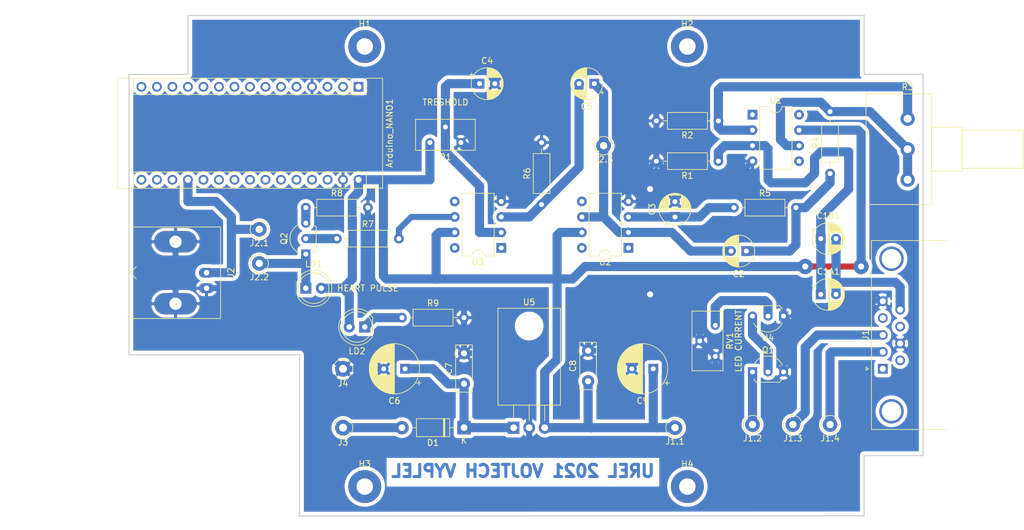
<source format=kicad_pcb>
(kicad_pcb (version 20171130) (host pcbnew "(5.1.9)-1")
  (layers (0 F.Cu signal) (31 B.Cu signal) (34 B.Paste user) (35 F.Paste user) (36 B.SilkS user) (37 F.SilkS user) (38 B.Mask user) (39 F.Mask user) (44 Edge.Cuts user))
  (net 0 "")
  (net 1 "Net-(Arduino_NANO1-Pad1)")
  (net 2 "Net-(Arduino_NANO1-Pad17)")
  (net 3 "Net-(Arduino_NANO1-Pad2)")
  (net 4 "Net-(Arduino_NANO1-Pad18)")
  (net 5 "Net-(Arduino_NANO1-Pad3)")
  (net 6 "Net-(Arduino_NANO1-Pad19)")
  (net 7 GNDD)
  (net 8 "Net-(Arduino_NANO1-Pad20)")
  (net 9 "Net-(Arduino_NANO1-Pad5)")
  (net 10 "Net-(Arduino_NANO1-Pad21)")
  (net 11 "Net-(Arduino_NANO1-Pad6)")
  (net 12 "Net-(Arduino_NANO1-Pad22)")
  (net 13 "Net-(Arduino_NANO1-Pad7)")
  (net 14 "Net-(Arduino_NANO1-Pad23)")
  (net 15 "Net-(Arduino_NANO1-Pad8)")
  (net 16 "Net-(Arduino_NANO1-Pad24)")
  (net 17 "Net-(Arduino_NANO1-Pad9)")
  (net 18 "Net-(Arduino_NANO1-Pad25)")
  (net 19 "Net-(Arduino_NANO1-Pad10)")
  (net 20 "Net-(Arduino_NANO1-Pad26)")
  (net 21 "Net-(Arduino_NANO1-Pad11)")
  (net 22 "Net-(Arduino_NANO1-Pad27)")
  (net 23 "Net-(Arduino_NANO1-Pad12)")
  (net 24 "Net-(Arduino_NANO1-Pad28)")
  (net 25 "Net-(Arduino_NANO1-Pad13)")
  (net 26 "Net-(Arduino_NANO1-Pad14)")
  (net 27 +5V)
  (net 28 "Net-(Arduino_NANO1-Pad15)")
  (net 29 "Net-(Arduino_NANO1-Pad16)")
  (net 30 "Net-(C2-Pad2)")
  (net 31 "Net-(C2-Pad1)")
  (net 32 "Net-(C3-Pad1)")
  (net 33 "Net-(C4-Pad1)")
  (net 34 "Net-(C5-Pad2)")
  (net 35 "Net-(C6-Pad1)")
  (net 36 "Net-(C1A1-Pad1)")
  (net 37 "Net-(C1A1-Pad2)")
  (net 38 "Net-(D1-Pad2)")
  (net 39 "Net-(J1-Pad1)")
  (net 40 "Net-(J1-Pad2)")
  (net 41 "Net-(J1-Pad3)")
  (net 42 "Net-(J1-Pad4)")
  (net 43 "Net-(J1-Pad6)")
  (net 44 "Net-(J1-Pad8)")
  (net 45 "Net-(J1-Pad0)")
  (net 46 "Net-(Q1-Pad2)")
  (net 47 "Net-(Q2-Pad2)")
  (net 48 "Net-(R2-Pad1)")
  (net 49 "Net-(R3-Pad1)")
  (net 50 "Net-(R7-Pad2)")
  (net 51 "Net-(RV1-Pad3)")
  (net 52 "Net-(U1-Pad8)")
  (net 53 "Net-(U1-Pad5)")
  (net 54 "Net-(U1-Pad1)")
  (net 55 "Net-(U2-Pad1)")
  (net 56 "Net-(U2-Pad5)")
  (net 57 "Net-(U2-Pad8)")
  (net 58 "Net-(U3-Pad1)")
  (net 59 "Net-(U3-Pad5)")
  (net 60 "Net-(U3-Pad8)")
  (net 61 "Net-(Q2-Pad3)")
  (net 62 "Net-(J1.2-Pad1)")
  (net 63 "Net-(J2.2-Pad1)")
  (net 64 "Net-(LD2-Pad1)")
  (module Capacitor_THT:CP_Radial_D8.0mm_P3.50mm (layer F.Cu) (at 171.196 110.744 180)
    (fp_text reference C9 (at 1.75 -5.25) (layer F.SilkS))
    (fp_text value 100u)
    (pad 1 thru_hole rect (at 0 0 180) (size 1.6 1.6) (drill 0.8) (layers *.Cu *.Mask) (net 27 +5V))
    (pad 2 thru_hole circle (at 3.5 0 180) (size 1.6 1.6) (drill 0.8) (layers *.Cu *.Mask) (net 7 GNDD))
  )
  (module Resistor_THT:R_Axial_DIN0207_L6.3mm_D2.5mm_P10.16mm_Horizontal (layer F.Cu) (at 200.152 78.74 90)
    (fp_text reference R4 (at 5.08 -2.37 90) (layer F.SilkS))
    (fp_text value 1k)
    (pad 1 thru_hole circle (at 0 0 90) (size 1.6 1.6) (drill 0.8) (layers *.Cu *.Mask) (net 31 "Net-(C2-Pad1)"))
    (pad 2 thru_hole oval (at 10.16 0 90) (size 1.6 1.6) (drill 0.8) (layers *.Cu *.Mask) (net 49 "Net-(R3-Pad1)"))
  )
  (module Resistor_THT:R_Axial_DIN0207_L6.3mm_D2.5mm_P10.16mm_Horizontal (layer F.Cu) (at 184.404 84.328)
    (fp_text reference R5 (at 5.08 -2.37) (layer F.SilkS))
    (fp_text value 1k)
    (pad 2 thru_hole oval (at 10.16 0) (size 1.6 1.6) (drill 0.8) (layers *.Cu *.Mask) (net 31 "Net-(C2-Pad1)"))
    (pad 1 thru_hole circle (at 0 0) (size 1.6 1.6) (drill 0.8) (layers *.Cu *.Mask) (net 32 "Net-(C3-Pad1)"))
  )
  (module Package_DIP:DIP-8_W7.62mm (layer F.Cu) (at 187.452 69.088)
    (fp_text reference U1 (at 3.81 -2.33) (layer F.SilkS))
    (fp_text value CA3140)
    (pad 8 thru_hole oval (at 7.62 0) (size 1.6 1.6) (drill 0.8) (layers *.Cu *.Mask) (net 52 "Net-(U1-Pad8)"))
    (pad 4 thru_hole oval (at 0 7.62) (size 1.6 1.6) (drill 0.8) (layers *.Cu *.Mask) (net 7 GNDD))
    (pad 7 thru_hole oval (at 7.62 2.54) (size 1.6 1.6) (drill 0.8) (layers *.Cu *.Mask) (net 27 +5V))
    (pad 3 thru_hole oval (at 0 5.08) (size 1.6 1.6) (drill 0.8) (layers *.Cu *.Mask) (net 36 "Net-(C1A1-Pad1)"))
    (pad 6 thru_hole oval (at 7.62 5.08) (size 1.6 1.6) (drill 0.8) (layers *.Cu *.Mask) (net 49 "Net-(R3-Pad1)"))
    (pad 2 thru_hole oval (at 0 2.54) (size 1.6 1.6) (drill 0.8) (layers *.Cu *.Mask) (net 48 "Net-(R2-Pad1)"))
    (pad 5 thru_hole oval (at 7.62 7.62) (size 1.6 1.6) (drill 0.8) (layers *.Cu *.Mask) (net 53 "Net-(U1-Pad5)"))
    (pad 1 thru_hole rect (at 0 0) (size 1.6 1.6) (drill 0.8) (layers *.Cu *.Mask) (net 54 "Net-(U1-Pad1)"))
  )
  (module Package_DIP:DIP-8_W7.62mm (layer F.Cu) (at 146.304 90.932 180)
    (fp_text reference U3 (at 3.81 -2.33) (layer F.SilkS))
    (fp_text value MCP601)
    (pad 1 thru_hole rect (at 0 0 180) (size 1.6 1.6) (drill 0.8) (layers *.Cu *.Mask) (net 58 "Net-(U3-Pad1)"))
    (pad 5 thru_hole oval (at 7.62 7.62 180) (size 1.6 1.6) (drill 0.8) (layers *.Cu *.Mask) (net 59 "Net-(U3-Pad5)"))
    (pad 2 thru_hole oval (at 0 2.54 180) (size 1.6 1.6) (drill 0.8) (layers *.Cu *.Mask) (net 33 "Net-(C4-Pad1)"))
    (pad 6 thru_hole oval (at 7.62 5.08 180) (size 1.6 1.6) (drill 0.8) (layers *.Cu *.Mask) (net 50 "Net-(R7-Pad2)"))
    (pad 3 thru_hole oval (at 0 5.08 180) (size 1.6 1.6) (drill 0.8) (layers *.Cu *.Mask) (net 34 "Net-(C5-Pad2)"))
    (pad 7 thru_hole oval (at 7.62 2.54 180) (size 1.6 1.6) (drill 0.8) (layers *.Cu *.Mask) (net 27 +5V))
    (pad 4 thru_hole oval (at 0 7.62 180) (size 1.6 1.6) (drill 0.8) (layers *.Cu *.Mask) (net 7 GNDD))
    (pad 8 thru_hole oval (at 7.62 0 180) (size 1.6 1.6) (drill 0.8) (layers *.Cu *.Mask) (net 60 "Net-(U3-Pad8)"))
  )
  (module Resistor_THT:R_Axial_DIN0207_L6.3mm_D2.5mm_P10.16mm_Horizontal (layer F.Cu) (at 152.908 83.82 90)
    (fp_text reference R6 (at 5.08 -2.37 90) (layer F.SilkS))
    (fp_text value 100k)
    (pad 1 thru_hole circle (at 0 0 90) (size 1.6 1.6) (drill 0.8) (layers *.Cu *.Mask) (net 34 "Net-(C5-Pad2)"))
    (pad 2 thru_hole oval (at 10.16 0 90) (size 1.6 1.6) (drill 0.8) (layers *.Cu *.Mask) (net 7 GNDD))
  )
  (module Package_DIP:DIP-8_W7.62mm (layer F.Cu) (at 167.132 90.932 180)
    (fp_text reference U2 (at 3.81 -2.33) (layer F.SilkS))
    (fp_text value MCP601)
    (pad 1 thru_hole rect (at 0 0 180) (size 1.6 1.6) (drill 0.8) (layers *.Cu *.Mask) (net 55 "Net-(U2-Pad1)"))
    (pad 5 thru_hole oval (at 7.62 7.62 180) (size 1.6 1.6) (drill 0.8) (layers *.Cu *.Mask) (net 56 "Net-(U2-Pad5)"))
    (pad 2 thru_hole oval (at 0 2.54 180) (size 1.6 1.6) (drill 0.8) (layers *.Cu *.Mask) (net 30 "Net-(C2-Pad2)"))
    (pad 6 thru_hole oval (at 7.62 5.08 180) (size 1.6 1.6) (drill 0.8) (layers *.Cu *.Mask) (net 30 "Net-(C2-Pad2)"))
    (pad 3 thru_hole oval (at 0 5.08 180) (size 1.6 1.6) (drill 0.8) (layers *.Cu *.Mask) (net 32 "Net-(C3-Pad1)"))
    (pad 7 thru_hole oval (at 7.62 2.54 180) (size 1.6 1.6) (drill 0.8) (layers *.Cu *.Mask) (net 27 +5V))
    (pad 4 thru_hole oval (at 0 7.62 180) (size 1.6 1.6) (drill 0.8) (layers *.Cu *.Mask) (net 7 GNDD))
    (pad 8 thru_hole oval (at 7.62 0 180) (size 1.6 1.6) (drill 0.8) (layers *.Cu *.Mask) (net 57 "Net-(U2-Pad8)"))
  )
  (module MountingHole:MountingHole_2.7mm_Pad (layer F.Cu) (at 123.952 57.912)
    (fp_text reference H1 (at 0 -3.7) (layer F.SilkS))
    (fp_text value MountingHole)
    (pad 1 thru_hole circle (at 0 0) (size 5.4 5.4) (drill 2.7) (layers *.Cu *.Mask))
  )
  (module MountingHole:MountingHole_2.7mm_Pad (layer F.Cu) (at 176.784 57.912)
    (fp_text reference H2 (at 0 -3.7) (layer F.SilkS))
    (fp_text value MountingHole)
    (pad 1 thru_hole circle (at 0 0) (size 5.4 5.4) (drill 2.7) (layers *.Cu *.Mask))
  )
  (module MountingHole:MountingHole_2.7mm_Pad (layer F.Cu) (at 123.952 130.048)
    (fp_text reference H3 (at 0 -3.7) (layer F.SilkS))
    (fp_text value MountingHole)
    (pad 1 thru_hole circle (at 0 0) (size 5.4 5.4) (drill 2.7) (layers *.Cu *.Mask))
  )
  (module MountingHole:MountingHole_2.7mm_Pad (layer F.Cu) (at 176.784 130.048)
    (fp_text reference H4 (at 0 -3.7) (layer F.SilkS))
    (fp_text value MountingHole)
    (pad 1 thru_hole circle (at 0 0) (size 5.4 5.4) (drill 2.7) (layers *.Cu *.Mask))
  )
  (module Module:Arduino_Nano (layer F.Cu) (at 122.936 64.516 270)
    (fp_text reference Arduino_NANO1 (at 7.62 -5.08 90) (layer F.SilkS))
    (fp_text value Arduino_Nano_Every)
    (pad 1 thru_hole rect (at 0 0 270) (size 1.6 1.6) (drill 1) (layers *.Cu *.Mask) (net 1 "Net-(Arduino_NANO1-Pad1)"))
    (pad 17 thru_hole oval (at 15.24 33.02 270) (size 1.6 1.6) (drill 1) (layers *.Cu *.Mask) (net 2 "Net-(Arduino_NANO1-Pad17)"))
    (pad 2 thru_hole oval (at 0 2.54 270) (size 1.6 1.6) (drill 1) (layers *.Cu *.Mask) (net 3 "Net-(Arduino_NANO1-Pad2)"))
    (pad 18 thru_hole oval (at 15.24 30.48 270) (size 1.6 1.6) (drill 1) (layers *.Cu *.Mask) (net 4 "Net-(Arduino_NANO1-Pad18)"))
    (pad 3 thru_hole oval (at 0 5.08 270) (size 1.6 1.6) (drill 1) (layers *.Cu *.Mask) (net 5 "Net-(Arduino_NANO1-Pad3)"))
    (pad 19 thru_hole oval (at 15.24 27.94 270) (size 1.6 1.6) (drill 1) (layers *.Cu *.Mask) (net 6 "Net-(Arduino_NANO1-Pad19)"))
    (pad 4 thru_hole oval (at 0 7.62 270) (size 1.6 1.6) (drill 1) (layers *.Cu *.Mask) (net 7 GNDD))
    (pad 20 thru_hole oval (at 15.24 25.4 270) (size 1.6 1.6) (drill 1) (layers *.Cu *.Mask) (net 8 "Net-(Arduino_NANO1-Pad20)"))
    (pad 5 thru_hole oval (at 0 10.16 270) (size 1.6 1.6) (drill 1) (layers *.Cu *.Mask) (net 9 "Net-(Arduino_NANO1-Pad5)"))
    (pad 21 thru_hole oval (at 15.24 22.86 270) (size 1.6 1.6) (drill 1) (layers *.Cu *.Mask) (net 10 "Net-(Arduino_NANO1-Pad21)"))
    (pad 6 thru_hole oval (at 0 12.7 270) (size 1.6 1.6) (drill 1) (layers *.Cu *.Mask) (net 11 "Net-(Arduino_NANO1-Pad6)"))
    (pad 22 thru_hole oval (at 15.24 20.32 270) (size 1.6 1.6) (drill 1) (layers *.Cu *.Mask) (net 12 "Net-(Arduino_NANO1-Pad22)"))
    (pad 7 thru_hole oval (at 0 15.24 270) (size 1.6 1.6) (drill 1) (layers *.Cu *.Mask) (net 13 "Net-(Arduino_NANO1-Pad7)"))
    (pad 23 thru_hole oval (at 15.24 17.78 270) (size 1.6 1.6) (drill 1) (layers *.Cu *.Mask) (net 14 "Net-(Arduino_NANO1-Pad23)"))
    (pad 8 thru_hole oval (at 0 17.78 270) (size 1.6 1.6) (drill 1) (layers *.Cu *.Mask) (net 15 "Net-(Arduino_NANO1-Pad8)"))
    (pad 24 thru_hole oval (at 15.24 15.24 270) (size 1.6 1.6) (drill 1) (layers *.Cu *.Mask) (net 16 "Net-(Arduino_NANO1-Pad24)"))
    (pad 9 thru_hole oval (at 0 20.32 270) (size 1.6 1.6) (drill 1) (layers *.Cu *.Mask) (net 17 "Net-(Arduino_NANO1-Pad9)"))
    (pad 25 thru_hole oval (at 15.24 12.7 270) (size 1.6 1.6) (drill 1) (layers *.Cu *.Mask) (net 18 "Net-(Arduino_NANO1-Pad25)"))
    (pad 10 thru_hole oval (at 0 22.86 270) (size 1.6 1.6) (drill 1) (layers *.Cu *.Mask) (net 19 "Net-(Arduino_NANO1-Pad10)"))
    (pad 26 thru_hole oval (at 15.24 10.16 270) (size 1.6 1.6) (drill 1) (layers *.Cu *.Mask) (net 20 "Net-(Arduino_NANO1-Pad26)"))
    (pad 11 thru_hole oval (at 0 25.4 270) (size 1.6 1.6) (drill 1) (layers *.Cu *.Mask) (net 21 "Net-(Arduino_NANO1-Pad11)"))
    (pad 27 thru_hole oval (at 15.24 7.62 270) (size 1.6 1.6) (drill 1) (layers *.Cu *.Mask) (net 22 "Net-(Arduino_NANO1-Pad27)"))
    (pad 12 thru_hole oval (at 0 27.94 270) (size 1.6 1.6) (drill 1) (layers *.Cu *.Mask) (net 23 "Net-(Arduino_NANO1-Pad12)"))
    (pad 28 thru_hole oval (at 15.24 5.08 270) (size 1.6 1.6) (drill 1) (layers *.Cu *.Mask) (net 24 "Net-(Arduino_NANO1-Pad28)"))
    (pad 13 thru_hole oval (at 0 30.48 270) (size 1.6 1.6) (drill 1) (layers *.Cu *.Mask) (net 25 "Net-(Arduino_NANO1-Pad13)"))
    (pad 29 thru_hole oval (at 15.24 2.54 270) (size 1.6 1.6) (drill 1) (layers *.Cu *.Mask) (net 7 GNDD))
    (pad 14 thru_hole oval (at 0 33.02 270) (size 1.6 1.6) (drill 1) (layers *.Cu *.Mask) (net 26 "Net-(Arduino_NANO1-Pad14)"))
    (pad 30 thru_hole oval (at 15.24 0 270) (size 1.6 1.6) (drill 1) (layers *.Cu *.Mask) (net 27 +5V))
    (pad 15 thru_hole oval (at 0 35.56 270) (size 1.6 1.6) (drill 1) (layers *.Cu *.Mask) (net 28 "Net-(Arduino_NANO1-Pad15)"))
    (pad 16 thru_hole oval (at 15.24 35.56 270) (size 1.6 1.6) (drill 1) (layers *.Cu *.Mask) (net 29 "Net-(Arduino_NANO1-Pad16)"))
  )
  (module Capacitor_THT:CP_Radial_D5.0mm_P2.50mm (layer F.Cu) (at 186.436 91.44 180)
    (fp_text reference C2 (at 1.25 -3.75) (layer F.SilkS))
    (fp_text value 22u)
    (pad 2 thru_hole circle (at 2.5 0 180) (size 1.6 1.6) (drill 0.8) (layers *.Cu *.Mask) (net 30 "Net-(C2-Pad2)"))
    (pad 1 thru_hole rect (at 0 0 180) (size 1.6 1.6) (drill 0.8) (layers *.Cu *.Mask) (net 31 "Net-(C2-Pad1)"))
  )
  (module Capacitor_THT:CP_Radial_D5.0mm_P2.50mm (layer F.Cu) (at 174.752 85.852 90)
    (fp_text reference C3 (at 1.25 -3.75 90) (layer F.SilkS))
    (fp_text value 22u)
    (pad 1 thru_hole rect (at 0 0 90) (size 1.6 1.6) (drill 0.8) (layers *.Cu *.Mask) (net 32 "Net-(C3-Pad1)"))
    (pad 2 thru_hole circle (at 2.5 0 90) (size 1.6 1.6) (drill 0.8) (layers *.Cu *.Mask) (net 7 GNDD))
  )
  (module Capacitor_THT:CP_Radial_D5.0mm_P2.50mm (layer F.Cu) (at 142.748 64.008)
    (fp_text reference C4 (at 1.25 -3.75) (layer F.SilkS))
    (fp_text value 4.7u)
    (pad 2 thru_hole circle (at 2.5 0) (size 1.6 1.6) (drill 0.8) (layers *.Cu *.Mask) (net 7 GNDD))
    (pad 1 thru_hole rect (at 0 0) (size 1.6 1.6) (drill 0.8) (layers *.Cu *.Mask) (net 33 "Net-(C4-Pad1)"))
  )
  (module Capacitor_THT:CP_Radial_D5.0mm_P2.50mm (layer F.Cu) (at 161.544 64.008 180)
    (fp_text reference C5 (at 1.25 -3.75) (layer F.SilkS))
    (fp_text value 1u)
    (pad 1 thru_hole rect (at 0 0 180) (size 1.6 1.6) (drill 0.8) (layers *.Cu *.Mask) (net 30 "Net-(C2-Pad2)"))
    (pad 2 thru_hole circle (at 2.5 0 180) (size 1.6 1.6) (drill 0.8) (layers *.Cu *.Mask) (net 34 "Net-(C5-Pad2)"))
  )
  (module Capacitor_THT:CP_Radial_D8.0mm_P3.50mm (layer F.Cu) (at 130.556 110.744 180)
    (fp_text reference C6 (at 1.75 -5.25) (layer F.SilkS))
    (fp_text value 100u)
    (pad 2 thru_hole circle (at 3.5 0 180) (size 1.6 1.6) (drill 0.8) (layers *.Cu *.Mask) (net 7 GNDD))
    (pad 1 thru_hole rect (at 0 0 180) (size 1.6 1.6) (drill 0.8) (layers *.Cu *.Mask) (net 35 "Net-(C6-Pad1)"))
  )
  (module Capacitor_THT:C_Disc_D7.5mm_W2.5mm_P5.00mm (layer F.Cu) (at 140.208 113.204 90)
    (fp_text reference C7 (at 2.5 -2.5 90) (layer F.SilkS))
    (fp_text value 100n)
    (pad 1 thru_hole circle (at 0 0 90) (size 2 2) (drill 1) (layers *.Cu *.Mask) (net 35 "Net-(C6-Pad1)"))
    (pad 2 thru_hole circle (at 5 0 90) (size 2 2) (drill 1) (layers *.Cu *.Mask) (net 7 GNDD))
  )
  (module Capacitor_THT:C_Disc_D7.5mm_W2.5mm_P5.00mm (layer F.Cu) (at 160.528 112.776 90)
    (fp_text reference C8 (at 2.5 -2.5 90) (layer F.SilkS))
    (fp_text value 100n)
    (pad 2 thru_hole circle (at 5 0 90) (size 2 2) (drill 1) (layers *.Cu *.Mask) (net 7 GNDD))
    (pad 1 thru_hole circle (at 0 0 90) (size 2 2) (drill 1) (layers *.Cu *.Mask) (net 27 +5V))
  )
  (module Capacitor_THT:CP_Radial_D5.0mm_P2.50mm (layer F.Cu) (at 198.628 98.552)
    (fp_text reference C1A1 (at 1.25 -3.75) (layer F.SilkS))
    (fp_text value 4.7u)
    (pad 1 thru_hole rect (at 0 0) (size 1.6 1.6) (drill 0.8) (layers *.Cu *.Mask) (net 36 "Net-(C1A1-Pad1)"))
    (pad 2 thru_hole circle (at 2.5 0) (size 1.6 1.6) (drill 0.8) (layers *.Cu *.Mask) (net 37 "Net-(C1A1-Pad2)"))
  )
  (module Capacitor_THT:CP_Radial_D5.0mm_P2.50mm (layer F.Cu) (at 198.628 89.408)
    (fp_text reference C1B1 (at 1.25 -3.75) (layer F.SilkS))
    (fp_text value 4.7u)
    (pad 2 thru_hole circle (at 2.5 0) (size 1.6 1.6) (drill 0.8) (layers *.Cu *.Mask) (net 37 "Net-(C1A1-Pad2)"))
    (pad 1 thru_hole rect (at 0 0) (size 1.6 1.6) (drill 0.8) (layers *.Cu *.Mask) (net 36 "Net-(C1A1-Pad1)"))
  )
  (module Diode_THT:D_DO-41_SOD81_P10.16mm_Horizontal (layer F.Cu) (at 140.208 120.396 180)
    (fp_text reference D1 (at 5.08 -2.47) (layer F.SilkS))
    (fp_text value 1N4007)
    (fp_text user K (at 0 -2.1) (layer F.SilkS))
    (pad 1 thru_hole rect (at 0 0 180) (size 2.2 2.2) (drill 1.1) (layers *.Cu *.Mask) (net 35 "Net-(C6-Pad1)"))
    (pad 2 thru_hole oval (at 10.16 0 180) (size 2.2 2.2) (drill 1.1) (layers *.Cu *.Mask) (net 38 "Net-(D1-Pad2)"))
  )
  (module Connector_Dsub:DSUB-9_Male_Horizontal_P2.77x2.84mm_EdgePinOffset7.70mm_Housed_MountingHolesOffset9.12mm (layer F.Cu) (at 208.788 110.744 90)
    (fp_text reference J1 (at 5.54 -2.8 90) (layer F.SilkS))
    (fp_text value DB9)
    (pad 1 thru_hole rect (at 0 0 90) (size 1.6 1.6) (drill 1) (layers *.Cu *.Mask) (net 39 "Net-(J1-Pad1)"))
    (pad 2 thru_hole circle (at 2.77 0 90) (size 1.6 1.6) (drill 1) (layers *.Cu *.Mask) (net 40 "Net-(J1-Pad2)"))
    (pad 3 thru_hole circle (at 5.54 0 90) (size 1.6 1.6) (drill 1) (layers *.Cu *.Mask) (net 41 "Net-(J1-Pad3)"))
    (pad 4 thru_hole circle (at 8.31 0 90) (size 1.6 1.6) (drill 1) (layers *.Cu *.Mask) (net 42 "Net-(J1-Pad4)"))
    (pad 5 thru_hole circle (at 11.08 0 90) (size 1.6 1.6) (drill 1) (layers *.Cu *.Mask) (net 7 GNDD))
    (pad 6 thru_hole circle (at 1.385 2.84 90) (size 1.6 1.6) (drill 1) (layers *.Cu *.Mask) (net 43 "Net-(J1-Pad6)"))
    (pad 7 thru_hole circle (at 4.155 2.84 90) (size 1.6 1.6) (drill 1) (layers *.Cu *.Mask) (net 7 GNDD))
    (pad 8 thru_hole circle (at 6.925 2.84 90) (size 1.6 1.6) (drill 1) (layers *.Cu *.Mask) (net 44 "Net-(J1-Pad8)"))
    (pad 9 thru_hole circle (at 9.695 2.84 90) (size 1.6 1.6) (drill 1) (layers *.Cu *.Mask) (net 37 "Net-(C1A1-Pad2)"))
    (pad 0 thru_hole circle (at -6.96 1.42 90) (size 4 4) (drill 3.2) (layers *.Cu *.Mask) (net 45 "Net-(J1-Pad0)"))
    (pad 0 thru_hole circle (at 18.04 1.42 90) (size 4 4) (drill 3.2) (layers *.Cu *.Mask) (net 45 "Net-(J1-Pad0)"))
  )
  (module Connector_Coaxial:BNC_Amphenol_B6252HB-NPP3G-50_Horizontal (layer F.Cu) (at 98.044 94.996 90)
    (fp_text reference J2 (at 0 4 90) (layer F.SilkS))
    (fp_text value BNC)
    (pad 2 thru_hole oval (at -5.08 -5.08 90) (size 3.5 7) (drill 2.01) (layers *.Cu *.Mask) (net 7 GNDD))
    (pad 2 thru_hole oval (at 5.08 -5.08 90) (size 3.5 7) (drill 2.01) (layers *.Cu *.Mask) (net 7 GNDD))
    (pad 1 thru_hole oval (at 0 0 90) (size 1.6 2.5) (drill 0.89) (layers *.Cu *.Mask) (net 6 "Net-(Arduino_NANO1-Pad19)"))
    (pad 2 thru_hole oval (at -2.54 0 90) (size 1.6 2.5) (drill 0.89) (layers *.Cu *.Mask) (net 7 GNDD))
  )
  (module Connector_Pin:Pin_D1.3mm_L11.0mm (layer F.Cu) (at 120.396 120.396)
    (fp_text reference J3 (at 0 2.4) (layer F.SilkS))
    (fp_text value +)
    (pad 1 thru_hole circle (at 0 0) (size 2.6 2.6) (drill 1.3) (layers *.Cu *.Mask) (net 38 "Net-(D1-Pad2)"))
  )
  (module Connector_Pin:Pin_D1.3mm_L11.0mm (layer F.Cu) (at 120.396 110.744)
    (fp_text reference J4 (at 0 2.4) (layer F.SilkS))
    (fp_text value -)
    (pad 1 thru_hole circle (at 0 0) (size 2.6 2.6) (drill 1.3) (layers *.Cu *.Mask) (net 7 GNDD))
  )
  (module LED_THT:LED_D5.0mm_Clear (layer F.Cu) (at 114.3 97.536)
    (fp_text reference LD1 (at 1.27 -3.96) (layer F.SilkS))
    (fp_text value "GREEN LED")
    (pad 1 thru_hole rect (at 0 0) (size 1.8 1.8) (drill 0.9) (layers *.Cu *.Mask) (net 63 "Net-(J2.2-Pad1)"))
    (pad 2 thru_hole circle (at 2.54 0) (size 1.8 1.8) (drill 0.9) (layers *.Cu *.Mask) (net 27 +5V))
  )
  (module Resistor_THT:R_Axial_DIN0207_L6.3mm_D2.5mm_P10.16mm_Horizontal (layer F.Cu) (at 181.864 76.708 180)
    (fp_text reference R1 (at 5.08 -2.37) (layer F.SilkS))
    (fp_text value 100k)
    (pad 1 thru_hole circle (at 0 0 180) (size 1.6 1.6) (drill 0.8) (layers *.Cu *.Mask) (net 36 "Net-(C1A1-Pad1)"))
    (pad 2 thru_hole oval (at 10.16 0 180) (size 1.6 1.6) (drill 0.8) (layers *.Cu *.Mask) (net 7 GNDD))
  )
  (module Resistor_THT:R_Axial_DIN0207_L6.3mm_D2.5mm_P10.16mm_Horizontal (layer F.Cu) (at 181.864 70.104 180)
    (fp_text reference R2 (at 5.08 -2.37) (layer F.SilkS))
    (fp_text value 1k)
    (pad 2 thru_hole oval (at 10.16 0 180) (size 1.6 1.6) (drill 0.8) (layers *.Cu *.Mask) (net 7 GNDD))
    (pad 1 thru_hole circle (at 0 0 180) (size 1.6 1.6) (drill 0.8) (layers *.Cu *.Mask) (net 48 "Net-(R2-Pad1)"))
  )
  (module Potentiometer_THT:Potentiometer_Alps_RK163_Single_Horizontal (layer F.Cu) (at 212.852 79.756)
    (fp_text reference R3 (at 0 -15.2) (layer F.SilkS))
    (fp_text value 1M)
    (pad 3 thru_hole circle (at 0 -10) (size 2.34 2.34) (drill 1.3) (layers *.Cu *.Mask) (net 48 "Net-(R2-Pad1)"))
    (pad 2 thru_hole circle (at 0 -5) (size 2.34 2.34) (drill 1.3) (layers *.Cu *.Mask) (net 49 "Net-(R3-Pad1)"))
    (pad 1 thru_hole circle (at 0 0) (size 2.34 2.34) (drill 1.3) (layers *.Cu *.Mask) (net 49 "Net-(R3-Pad1)"))
  )
  (module Resistor_THT:R_Axial_DIN0207_L6.3mm_D2.5mm_P10.16mm_Horizontal (layer F.Cu) (at 119.38 89.408)
    (fp_text reference R7 (at 5.08 -2.37) (layer F.SilkS))
    (fp_text value 120R)
    (pad 2 thru_hole oval (at 10.16 0) (size 1.6 1.6) (drill 0.8) (layers *.Cu *.Mask) (net 50 "Net-(R7-Pad2)"))
    (pad 1 thru_hole circle (at 0 0) (size 1.6 1.6) (drill 0.8) (layers *.Cu *.Mask) (net 47 "Net-(Q2-Pad2)"))
  )
  (module Resistor_THT:R_Axial_DIN0207_L6.3mm_D2.5mm_P10.16mm_Horizontal (layer F.Cu) (at 114.3 84.328)
    (fp_text reference R8 (at 5.08 -2.37) (layer F.SilkS))
    (fp_text value 220)
    (pad 1 thru_hole circle (at 0 0) (size 1.6 1.6) (drill 0.8) (layers *.Cu *.Mask) (net 61 "Net-(Q2-Pad3)"))
    (pad 2 thru_hole oval (at 10.16 0) (size 1.6 1.6) (drill 0.8) (layers *.Cu *.Mask) (net 7 GNDD))
  )
  (module Potentiometer_THT:Potentiometer_Bourns_3296Y_Vertical (layer F.Cu) (at 134.62 73.66 180)
    (fp_text reference P1 (at -2.54 -2.39) (layer F.SilkS))
    (fp_text value 50k)
    (pad 1 thru_hole circle (at 0 0 180) (size 1.44 1.44) (drill 0.8) (layers *.Cu *.Mask) (net 27 +5V))
    (pad 2 thru_hole circle (at -2.54 2.54 180) (size 1.44 1.44) (drill 0.8) (layers *.Cu *.Mask) (net 33 "Net-(C4-Pad1)"))
    (pad 3 thru_hole circle (at -5.08 0 180) (size 1.44 1.44) (drill 0.8) (layers *.Cu *.Mask) (net 7 GNDD))
  )
  (module Potentiometer_THT:Potentiometer_Bourns_3296Y_Vertical (layer F.Cu) (at 181.356 108.712 270)
    (fp_text reference RV1 (at -2.54 -2.39 90) (layer F.SilkS))
    (fp_text value 4.7k)
    (pad 3 thru_hole circle (at -5.08 0 270) (size 1.44 1.44) (drill 0.8) (layers *.Cu *.Mask) (net 51 "Net-(RV1-Pad3)"))
    (pad 2 thru_hole circle (at -2.54 2.54 270) (size 1.44 1.44) (drill 0.8) (layers *.Cu *.Mask) (net 7 GNDD))
    (pad 1 thru_hole circle (at 0 0 270) (size 1.44 1.44) (drill 0.8) (layers *.Cu *.Mask) (net 7 GNDD))
  )
  (module Connector_Pin:Pin_D1.0mm_L10.0mm_LooseFit (layer F.Cu) (at 200.152 119.888)
    (fp_text reference J1.4 (at 0 2.25) (layer F.SilkS))
    (fp_text value Conn_01x01_Female)
    (pad 1 thru_hole circle (at 0 0) (size 2.4 2.4) (drill 1.2) (layers *.Cu *.Mask) (net 40 "Net-(J1-Pad2)"))
  )
  (module Connector_Pin:Pin_D1.0mm_L10.0mm_LooseFit (layer F.Cu) (at 187.452 119.888)
    (fp_text reference J1.2 (at 0 2.25) (layer F.SilkS))
    (fp_text value Conn_01x01_Female)
    (pad 1 thru_hole circle (at 0 0) (size 2.4 2.4) (drill 1.2) (layers *.Cu *.Mask) (net 62 "Net-(J1.2-Pad1)"))
  )
  (module Connector_Pin:Pin_D1.0mm_L10.0mm_LooseFit (layer F.Cu) (at 194.056 119.888)
    (fp_text reference J1.3 (at 0 2.25) (layer F.SilkS))
    (fp_text value Conn_01x01_Female)
    (pad 1 thru_hole circle (at 0 0) (size 2.4 2.4) (drill 1.2) (layers *.Cu *.Mask) (net 41 "Net-(J1-Pad3)"))
  )
  (module Connector_Pin:Pin_D1.0mm_L10.0mm_LooseFit (layer F.Cu) (at 174.752 120.396)
    (fp_text reference J1.1 (at 0 2.25) (layer F.SilkS))
    (fp_text value Conn_01x01_Female)
    (pad 1 thru_hole circle (at 0 0) (size 2.4 2.4) (drill 1.2) (layers *.Cu *.Mask) (net 27 +5V))
  )
  (module Connector_Pin:Pin_D1.0mm_L10.0mm_LooseFit (layer F.Cu) (at 106.68 87.884)
    (fp_text reference J2.1 (at 0 2.25) (layer F.SilkS))
    (fp_text value Conn_01x01_Female)
    (pad 1 thru_hole circle (at 0 0) (size 2.4 2.4) (drill 1.2) (layers *.Cu *.Mask) (net 6 "Net-(Arduino_NANO1-Pad19)"))
  )
  (module Connector_Pin:Pin_D1.0mm_L10.0mm_LooseFit (layer F.Cu) (at 163.068 74.168)
    (fp_text reference J2.3 (at 0 2.25) (layer F.SilkS))
    (fp_text value Conn_01x01_Female)
    (pad 1 thru_hole circle (at 0 0) (size 2.4 2.4) (drill 1.2) (layers *.Cu *.Mask) (net 30 "Net-(C2-Pad2)"))
  )
  (module Connector_Pin:Pin_D1.0mm_L10.0mm_LooseFit (layer F.Cu) (at 106.68 93.472)
    (fp_text reference J2.2 (at 0 2.25) (layer F.SilkS))
    (fp_text value Conn_01x01_Female)
    (pad 1 thru_hole circle (at 0 0) (size 2.4 2.4) (drill 1.2) (layers *.Cu *.Mask) (net 63 "Net-(J2.2-Pad1)"))
  )
  (module Package_TO_SOT_THT:TO-92L_Inline_Wide (layer F.Cu) (at 187.452 111.252)
    (fp_text reference Q1 (at 2.54 -3.56) (layer F.SilkS))
    (fp_text value BC557)
    (pad 2 thru_hole circle (at 2.54 0) (size 1.5 1.5) (drill 0.8) (layers *.Cu *.Mask) (net 46 "Net-(Q1-Pad2)"))
    (pad 3 thru_hole circle (at 5.08 0) (size 1.5 1.5) (drill 0.8) (layers *.Cu *.Mask) (net 7 GNDD))
    (pad 1 thru_hole rect (at 0 0) (size 1.5 1.5) (drill 0.8) (layers *.Cu *.Mask) (net 62 "Net-(J1.2-Pad1)"))
  )
  (module Package_TO_SOT_THT:TO-92L_Inline_Wide (layer F.Cu) (at 114.3 91.948 90)
    (fp_text reference Q2 (at 2.54 -3.56 90) (layer F.SilkS))
    (fp_text value BC337)
    (pad 2 thru_hole circle (at 2.54 0 90) (size 1.5 1.5) (drill 0.8) (layers *.Cu *.Mask) (net 47 "Net-(Q2-Pad2)"))
    (pad 3 thru_hole circle (at 5.08 0 90) (size 1.5 1.5) (drill 0.8) (layers *.Cu *.Mask) (net 61 "Net-(Q2-Pad3)"))
    (pad 1 thru_hole rect (at 0 0 90) (size 1.5 1.5) (drill 0.8) (layers *.Cu *.Mask) (net 63 "Net-(J2.2-Pad1)"))
  )
  (module Package_TO_SOT_THT:TO-92L_Inline_Wide (layer F.Cu) (at 192.532 102.108 180)
    (fp_text reference U4 (at 2.54 -3.56) (layer F.SilkS))
    (fp_text value LM334SM)
    (pad 1 thru_hole rect (at 0 0 180) (size 1.5 1.5) (drill 0.8) (layers *.Cu *.Mask) (net 7 GNDD))
    (pad 3 thru_hole circle (at 5.08 0 180) (size 1.5 1.5) (drill 0.8) (layers *.Cu *.Mask) (net 46 "Net-(Q1-Pad2)"))
    (pad 2 thru_hole circle (at 2.54 0 180) (size 1.5 1.5) (drill 0.8) (layers *.Cu *.Mask) (net 51 "Net-(RV1-Pad3)"))
  )
  (module Package_TO_SOT_THT:TO-220-3_Horizontal_TabDown (layer F.Cu) (at 148.336 120.396)
    (fp_text reference U5 (at 2.54 -20.58) (layer F.SilkS))
    (fp_text value L7805)
    (pad "" np_thru_hole oval (at 2.54 -16.66) (size 3.5 3.5) (drill 3.5) (layers *.Cu *.Mask))
    (pad 1 thru_hole rect (at 0 0) (size 1.905 2) (drill 1.1) (layers *.Cu *.Mask) (net 35 "Net-(C6-Pad1)"))
    (pad 2 thru_hole oval (at 2.54 0) (size 1.905 2) (drill 1.1) (layers *.Cu *.Mask) (net 7 GNDD))
    (pad 3 thru_hole oval (at 5.08 0) (size 1.905 2) (drill 1.1) (layers *.Cu *.Mask) (net 27 +5V))
  )
  (module LED_THT:LED_D5.0mm_Clear (layer F.Cu) (at 123.952 103.886 180)
    (fp_text reference LD2 (at 1.27 -3.96) (layer F.SilkS))
    (fp_text value "RED LED")
    (pad 1 thru_hole rect (at 0 0 180) (size 1.8 1.8) (drill 0.9) (layers *.Cu *.Mask) (net 64 "Net-(LD2-Pad1)"))
    (pad 2 thru_hole circle (at 2.54 0 180) (size 1.8 1.8) (drill 0.9) (layers *.Cu *.Mask) (net 27 +5V))
  )
  (module Resistor_THT:R_Axial_DIN0207_L6.3mm_D2.5mm_P10.16mm_Horizontal (layer F.Cu) (at 130.048 102.362)
    (fp_text reference R9 (at 5.08 -2.37) (layer F.SilkS))
    (fp_text value 120R)
    (pad 1 thru_hole circle (at 0 0) (size 1.6 1.6) (drill 0.8) (layers *.Cu *.Mask) (net 64 "Net-(LD2-Pad1)"))
    (pad 2 thru_hole oval (at 10.16 0) (size 1.6 1.6) (drill 0.8) (layers *.Cu *.Mask) (net 7 GNDD))
  )
  (gr_text "HEART PULSE" (at 124.46 97.536) (layer F.SilkS) (effects (font (size 1 1))))
  (gr_text TRESHOLD (at 137.16 67.056) (layer F.SilkS) (effects (font (size 1 1))))
  (gr_text "LED CURRENT" (at 185.166 106.172 90) (layer F.SilkS) (effects (font (size 1 1))))
  (gr_line (start 113.284 108.458) (end 113.284 134.874) (layer Edge.Cuts) (width 0.2))
  (gr_line (start 85.344 108.458) (end 113.284 108.458) (layer Edge.Cuts) (width 0.2))
  (gr_line (start 94.996 62.484) (end 94.996 52.832) (layer Edge.Cuts) (width 0.2))
  (gr_line (start 85.344 62.484) (end 94.996 62.484) (layer Edge.Cuts) (width 0.2))
  (gr_line (start 205.74 124.968) (end 215.392 124.968) (layer Edge.Cuts) (width 0.2))
  (gr_line (start 205.74 134.832) (end 205.74 124.968) (layer Edge.Cuts) (width 0.2))
  (gr_text "UREL 2021 VOJTECH VYPLEL" (at 149.86 127.508) (layer B.Cu) (effects (font (size 2 2) (thickness 0.5)) (justify mirror)))
  (gr_line (start 205.74 62.484) (end 215.392 62.484) (layer Edge.Cuts) (width 0.2))
  (gr_line (start 205.74 52.832) (end 205.74 62.484) (layer Edge.Cuts) (width 0.2))
  (gr_line (start 85.344 62.484) (end 85.344 108.458) (layer Edge.Cuts) (width 0.2))
  (gr_line (start 215.392 124.968) (end 215.392 62.484) (layer Edge.Cuts) (width 0.2))
  (gr_line (start 113.284 134.874) (end 205.74 134.832) (layer Edge.Cuts) (width 0.2))
  (gr_line (start 94.996 52.832) (end 205.74 52.832) (layer Edge.Cuts) (width 0.2))
  (segment (start 98.044 94.996) (end 102.108 94.996) (width 1.5) (layer B.Cu) (net 6))
  (segment (start 102.108 94.996) (end 102.108 87.884) (width 1.5) (layer B.Cu) (net 6))
  (segment (start 102.108 87.884) (end 106.68 87.884) (width 1.5) (layer B.Cu) (net 6))
  (segment (start 102.108 87.884) (end 102.108 85.852) (width 1.5) (layer B.Cu) (net 6))
  (segment (start 102.108 85.852) (end 99.568 83.312) (width 1.5) (layer B.Cu) (net 6))
  (segment (start 99.568 83.312) (end 94.996 83.312) (width 1.5) (layer B.Cu) (net 6))
  (segment (start 94.996 83.312) (end 94.996 79.756) (width 1.5) (layer B.Cu) (net 6))
  (via (at 170.688 81.28) (size 2.5) (drill 1) (layers F.Cu B.Cu) (net 7))
  (via (at 170.688 98.552) (size 2.5) (drill 1) (layers F.Cu B.Cu) (net 7))
  (via (at 205.232 93.98) (size 2.5) (drill 1) (layers F.Cu B.Cu) (net 27))
  (segment (start 120.396 110.744) (end 127.056 110.744) (width 1) (layer B.Cu) (net 7))
  (segment (start 174.712 83.312) (end 174.752 83.352) (width 1) (layer B.Cu) (net 7))
  (segment (start 107.188 97.536) (end 120.396 110.744) (width 1) (layer B.Cu) (net 7))
  (segment (start 98.044 97.536) (end 107.188 97.536) (width 1) (layer B.Cu) (net 7))
  (segment (start 171.704 70.104) (end 171.704 62.992) (width 1) (layer B.Cu) (net 7))
  (segment (start 171.704 62.992) (end 166.624 57.912) (width 1) (layer B.Cu) (net 7))
  (segment (start 145.248 57.952) (end 145.288 57.912) (width 1) (layer B.Cu) (net 7))
  (segment (start 145.248 64.008) (end 145.248 57.952) (width 1) (layer B.Cu) (net 7))
  (segment (start 153.924 57.912) (end 145.288 57.912) (width 1) (layer B.Cu) (net 7))
  (segment (start 166.624 57.912) (end 153.924 57.912) (width 1) (layer B.Cu) (net 7))
  (segment (start 92.964 100.076) (end 92.964 89.916) (width 1) (layer B.Cu) (net 7))
  (segment (start 92.964 100.076) (end 95.504 100.076) (width 0.25) (layer B.Cu) (net 7))
  (segment (start 171.704 76.708) (end 171.704 70.104) (width 1) (layer B.Cu) (net 7))
  (segment (start 174.752 79.756) (end 171.704 76.708) (width 1) (layer B.Cu) (net 7))
  (segment (start 174.752 83.352) (end 174.752 79.756) (width 1) (layer B.Cu) (net 7))
  (segment (start 184.404 79.756) (end 187.452 76.708) (width 1) (layer B.Cu) (net 7))
  (segment (start 174.752 79.756) (end 184.404 79.756) (width 1) (layer B.Cu) (net 7))
  (segment (start 192.532 111.252) (end 192.532 102.108) (width 1) (layer B.Cu) (net 7))
  (segment (start 181.356 108.712) (end 178.816 106.172) (width 1) (layer B.Cu) (net 7))
  (segment (start 193.548 103.124) (end 192.532 102.108) (width 1) (layer B.Cu) (net 7))
  (segment (start 205.74 103.124) (end 193.548 103.124) (width 1) (layer B.Cu) (net 7))
  (segment (start 206.248 102.616) (end 205.74 103.124) (width 1) (layer B.Cu) (net 7))
  (segment (start 206.248 99.568) (end 206.248 102.616) (width 1) (layer B.Cu) (net 7))
  (segment (start 208.692 99.568) (end 206.248 99.568) (width 1) (layer B.Cu) (net 7))
  (segment (start 208.788 99.664) (end 208.692 99.568) (width 1) (layer B.Cu) (net 7))
  (segment (start 178.816 106.172) (end 178.816 98.552) (width 1) (layer B.Cu) (net 7))
  (segment (start 178.816 98.552) (end 180.34 97.028) (width 1) (layer B.Cu) (net 7))
  (segment (start 180.34 97.028) (end 191.516 97.028) (width 1) (layer B.Cu) (net 7))
  (segment (start 192.532 98.044) (end 192.532 102.108) (width 1) (layer B.Cu) (net 7))
  (segment (start 191.516 97.028) (end 192.532 98.044) (width 1) (layer B.Cu) (net 7))
  (segment (start 181.356 108.712) (end 181.356 120.904) (width 1) (layer B.Cu) (net 7))
  (segment (start 181.356 120.904) (end 178.308 123.952) (width 1) (layer B.Cu) (net 7))
  (segment (start 178.308 123.952) (end 173.228 123.952) (width 1) (layer B.Cu) (net 7))
  (segment (start 170.688 98.552) (end 178.816 98.552) (width 1) (layer B.Cu) (net 7))
  (segment (start 169.926 80.01) (end 169.926 80.518) (width 1) (layer B.Cu) (net 7))
  (segment (start 169.926 80.518) (end 170.688 81.28) (width 1) (layer B.Cu) (net 7))
  (segment (start 160.528 107.776) (end 160.528 98.552) (width 1) (layer B.Cu) (net 7))
  (segment (start 170.688 98.552) (end 160.528 98.552) (width 1) (layer B.Cu) (net 7))
  (segment (start 150.876 120.396) (end 150.876 111.252) (width 1) (layer B.Cu) (net 7))
  (segment (start 147.828 108.204) (end 140.208 108.204) (width 1) (layer B.Cu) (net 7))
  (segment (start 150.876 111.252) (end 147.828 108.204) (width 1) (layer B.Cu) (net 7))
  (segment (start 140.208 99.06) (end 140.208 108.204) (width 1) (layer B.Cu) (net 7))
  (segment (start 139.7 98.552) (end 140.208 99.06) (width 1) (layer B.Cu) (net 7))
  (segment (start 125.984 98.552) (end 139.7 98.552) (width 1) (layer B.Cu) (net 7))
  (segment (start 124.46 97.028) (end 125.984 98.552) (width 1) (layer B.Cu) (net 7))
  (segment (start 124.46 84.328) (end 124.46 97.028) (width 1) (layer B.Cu) (net 7))
  (segment (start 173.228 123.952) (end 150.876 123.952) (width 1) (layer B.Cu) (net 7))
  (segment (start 150.876 123.952) (end 150.876 120.396) (width 1) (layer B.Cu) (net 7))
  (segment (start 146.304 80.264) (end 139.7 73.66) (width 1.5) (layer B.Cu) (net 7))
  (segment (start 146.304 80.264) (end 152.908 73.66) (width 1.5) (layer B.Cu) (net 7))
  (segment (start 146.304 83.312) (end 146.304 80.264) (width 1.5) (layer B.Cu) (net 7))
  (segment (start 167.696 108.26) (end 167.212 107.776) (width 1) (layer B.Cu) (net 7))
  (segment (start 167.696 110.744) (end 167.696 108.26) (width 1) (layer B.Cu) (net 7))
  (segment (start 167.212 107.776) (end 160.528 107.776) (width 1) (layer B.Cu) (net 7))
  (segment (start 169.926 78.486) (end 171.704 76.708) (width 1) (layer B.Cu) (net 7))
  (segment (start 169.926 78.486) (end 169.926 80.01) (width 1) (layer B.Cu) (net 7))
  (segment (start 167.132 83.312) (end 167.132 81.28) (width 1) (layer B.Cu) (net 7))
  (segment (start 167.132 81.28) (end 169.926 78.486) (width 1) (layer B.Cu) (net 7))
  (segment (start 205.232 93.98) (end 196.088 93.98) (width 1) (layer F.Cu) (net 27))
  (via (at 196.088 93.98) (size 2.5) (drill 1) (layers F.Cu B.Cu) (net 27))
  (segment (start 134.62 79.756) (end 134.62 73.66) (width 1.5) (layer B.Cu) (net 27))
  (segment (start 122.936 79.756) (end 127 79.756) (width 1.5) (layer B.Cu) (net 27))
  (segment (start 127 79.756) (end 127 95.504) (width 1.5) (layer B.Cu) (net 27))
  (segment (start 127 79.756) (end 134.62 79.756) (width 1.5) (layer B.Cu) (net 27))
  (segment (start 127 95.504) (end 127.508 96.012) (width 1.5) (layer B.Cu) (net 27))
  (segment (start 127.508 96.012) (end 135.636 96.012) (width 1.5) (layer B.Cu) (net 27))
  (segment (start 138.684 88.392) (end 136.144 88.392) (width 1.5) (layer B.Cu) (net 27))
  (segment (start 135.636 88.9) (end 135.636 96.012) (width 1.5) (layer B.Cu) (net 27))
  (segment (start 136.144 88.392) (end 135.636 88.9) (width 1.5) (layer B.Cu) (net 27))
  (segment (start 135.636 96.012) (end 155.448 96.012) (width 1.5) (layer B.Cu) (net 27))
  (segment (start 159.512 88.392) (end 155.956 88.392) (width 1.5) (layer B.Cu) (net 27))
  (segment (start 155.448 88.9) (end 155.448 96.012) (width 1.5) (layer B.Cu) (net 27))
  (segment (start 155.956 88.392) (end 155.448 88.9) (width 1.5) (layer B.Cu) (net 27))
  (segment (start 153.416 120.396) (end 153.416 111.252) (width 1.5) (layer B.Cu) (net 27))
  (segment (start 155.448 109.22) (end 155.448 96.012) (width 1.5) (layer B.Cu) (net 27))
  (segment (start 153.416 111.252) (end 155.448 109.22) (width 1.5) (layer B.Cu) (net 27))
  (segment (start 160.528 112.776) (end 160.528 119.888) (width 1.5) (layer B.Cu) (net 27))
  (segment (start 160.528 119.888) (end 161.036 120.396) (width 1.5) (layer B.Cu) (net 27))
  (segment (start 153.416 120.396) (end 161.036 120.396) (width 1.5) (layer B.Cu) (net 27))
  (segment (start 171.196 119.888) (end 171.704 120.396) (width 1.5) (layer B.Cu) (net 27))
  (segment (start 171.196 110.744) (end 171.196 119.888) (width 1.5) (layer B.Cu) (net 27))
  (segment (start 171.704 120.396) (end 174.752 120.396) (width 1.5) (layer B.Cu) (net 27))
  (segment (start 161.036 120.396) (end 171.704 120.396) (width 1.5) (layer B.Cu) (net 27))
  (segment (start 155.448 96.012) (end 157.988 96.012) (width 1.5) (layer B.Cu) (net 27))
  (segment (start 160.02 93.98) (end 196.088 93.98) (width 1.5) (layer B.Cu) (net 27))
  (segment (start 157.988 96.012) (end 160.02 93.98) (width 1.5) (layer B.Cu) (net 27))
  (segment (start 122.936 79.756) (end 122.936 81.788) (width 1.5) (layer B.Cu) (net 27))
  (segment (start 122.936 81.788) (end 121.92 82.804) (width 1.5) (layer B.Cu) (net 27))
  (segment (start 121.92 82.804) (end 121.92 96.012) (width 1.5) (layer B.Cu) (net 27))
  (segment (start 120.396 97.536) (end 116.84 97.536) (width 1.5) (layer B.Cu) (net 27))
  (segment (start 121.92 96.012) (end 120.396 97.536) (width 1.5) (layer B.Cu) (net 27))
  (segment (start 195.072 71.628) (end 204.724 71.628) (width 1.5) (layer B.Cu) (net 27))
  (segment (start 204.724 71.628) (end 205.232 72.136) (width 1.5) (layer B.Cu) (net 27))
  (segment (start 205.232 72.136) (end 205.232 93.98) (width 1.5) (layer B.Cu) (net 27))
  (segment (start 121.412 98.552) (end 120.396 97.536) (width 1.5) (layer B.Cu) (net 27))
  (segment (start 121.412 103.886) (end 121.412 98.552) (width 1.5) (layer B.Cu) (net 27))
  (segment (start 167.132 88.392) (end 165.608 88.392) (width 1.5) (layer B.Cu) (net 30))
  (segment (start 163.068 85.852) (end 159.512 85.852) (width 1.5) (layer B.Cu) (net 30))
  (segment (start 165.608 88.392) (end 163.068 85.852) (width 1.5) (layer B.Cu) (net 30))
  (segment (start 163.068 85.852) (end 163.068 77.724) (width 1.5) (layer B.Cu) (net 30))
  (segment (start 163.068 77.724) (end 163.068 74.168) (width 1.5) (layer B.Cu) (net 30))
  (segment (start 163.068 65.532) (end 161.544 64.008) (width 1.5) (layer B.Cu) (net 30))
  (segment (start 163.068 74.168) (end 163.068 65.532) (width 1.5) (layer B.Cu) (net 30))
  (segment (start 183.936 91.44) (end 177.292 91.44) (width 1.5) (layer B.Cu) (net 30))
  (segment (start 174.244 88.392) (end 167.132 88.392) (width 1.5) (layer B.Cu) (net 30))
  (segment (start 177.292 91.44) (end 174.244 88.392) (width 1.5) (layer B.Cu) (net 30))
  (segment (start 194.564 84.328) (end 196.088 84.328) (width 1.5) (layer B.Cu) (net 31))
  (segment (start 200.152 80.264) (end 200.152 78.74) (width 1.5) (layer B.Cu) (net 31))
  (segment (start 196.088 84.328) (end 200.152 80.264) (width 1.5) (layer B.Cu) (net 31))
  (segment (start 186.436 91.44) (end 193.548 91.44) (width 1.5) (layer B.Cu) (net 31))
  (segment (start 194.564 90.424) (end 194.564 84.328) (width 1.5) (layer B.Cu) (net 31))
  (segment (start 193.548 91.44) (end 194.564 90.424) (width 1.5) (layer B.Cu) (net 31))
  (segment (start 174.752 85.852) (end 178.816 85.852) (width 1.5) (layer B.Cu) (net 32))
  (segment (start 180.34 84.328) (end 184.404 84.328) (width 1.5) (layer B.Cu) (net 32))
  (segment (start 178.816 85.852) (end 180.34 84.328) (width 1.5) (layer B.Cu) (net 32))
  (segment (start 174.752 85.852) (end 167.132 85.852) (width 1.5) (layer B.Cu) (net 32))
  (segment (start 146.304 88.392) (end 142.748 88.392) (width 1.5) (layer B.Cu) (net 33))
  (segment (start 142.748 88.392) (end 142.748 80.772) (width 1.5) (layer B.Cu) (net 33))
  (segment (start 137.16 75.184) (end 137.16 71.12) (width 1.5) (layer B.Cu) (net 33))
  (segment (start 142.748 80.772) (end 137.16 75.184) (width 1.5) (layer B.Cu) (net 33))
  (segment (start 137.16 71.12) (end 137.16 64.516) (width 1.5) (layer B.Cu) (net 33))
  (segment (start 137.668 64.008) (end 142.748 64.008) (width 1.5) (layer B.Cu) (net 33))
  (segment (start 137.16 64.516) (end 137.668 64.008) (width 1.5) (layer B.Cu) (net 33))
  (segment (start 159.044 77.684) (end 152.908 83.82) (width 1.5) (layer B.Cu) (net 34))
  (segment (start 159.044 64.008) (end 159.044 77.684) (width 1.5) (layer B.Cu) (net 34))
  (segment (start 150.876 85.852) (end 152.908 83.82) (width 1.5) (layer B.Cu) (net 34))
  (segment (start 146.304 85.852) (end 150.876 85.852) (width 1.5) (layer B.Cu) (net 34))
  (segment (start 140.208 120.396) (end 148.336 120.396) (width 1.5) (layer B.Cu) (net 35))
  (segment (start 140.208 120.396) (end 140.208 113.204) (width 1.5) (layer B.Cu) (net 35))
  (segment (start 140.208 113.204) (end 137.588 113.204) (width 1.5) (layer B.Cu) (net 35))
  (segment (start 135.128 110.744) (end 130.556 110.744) (width 1.5) (layer B.Cu) (net 35))
  (segment (start 137.588 113.204) (end 135.128 110.744) (width 1.5) (layer B.Cu) (net 35))
  (segment (start 198.628 98.552) (end 198.628 89.408) (width 1.5) (layer B.Cu) (net 36))
  (segment (start 198.628 89.408) (end 198.628 85.852) (width 1.5) (layer B.Cu) (net 36))
  (segment (start 198.628 85.852) (end 203.2 81.28) (width 1.5) (layer B.Cu) (net 36))
  (segment (start 203.2 81.28) (end 203.2 75.184) (width 1.5) (layer B.Cu) (net 36))
  (segment (start 203.2 75.184) (end 198.628 75.184) (width 1.5) (layer B.Cu) (net 36))
  (segment (start 198.628 75.184) (end 197.612 76.2) (width 1.5) (layer B.Cu) (net 36))
  (segment (start 197.612 76.2) (end 197.612 78.74) (width 1.5) (layer B.Cu) (net 36))
  (segment (start 197.612 78.74) (end 196.088 80.264) (width 1.5) (layer B.Cu) (net 36))
  (segment (start 196.088 80.264) (end 190.5 80.264) (width 1.5) (layer B.Cu) (net 36))
  (segment (start 190.5 80.264) (end 189.992 79.756) (width 1.5) (layer B.Cu) (net 36))
  (segment (start 189.992 79.756) (end 189.992 74.676) (width 1.5) (layer B.Cu) (net 36))
  (segment (start 189.484 74.168) (end 187.452 74.168) (width 1.5) (layer B.Cu) (net 36))
  (segment (start 189.992 74.676) (end 189.484 74.168) (width 1.5) (layer B.Cu) (net 36))
  (segment (start 181.864 76.708) (end 181.864 75.184) (width 1.5) (layer B.Cu) (net 36))
  (segment (start 181.864 75.184) (end 182.88 74.168) (width 1.5) (layer B.Cu) (net 36))
  (segment (start 182.88 74.168) (end 187.452 74.168) (width 1.5) (layer B.Cu) (net 36))
  (segment (start 201.128 96.56) (end 210.86 96.56) (width 1.5) (layer B.Cu) (net 37))
  (segment (start 201.128 98.552) (end 201.128 96.56) (width 1.5) (layer B.Cu) (net 37))
  (segment (start 201.128 96.56) (end 201.128 89.408) (width 1.5) (layer B.Cu) (net 37))
  (segment (start 211.628 97.328) (end 211.628 101.049) (width 1.5) (layer B.Cu) (net 37))
  (segment (start 210.86 96.56) (end 211.628 97.328) (width 1.5) (layer B.Cu) (net 37))
  (segment (start 120.396 120.396) (end 130.048 120.396) (width 1.5) (layer B.Cu) (net 38))
  (segment (start 208.558 108.204) (end 208.788 107.974) (width 1) (layer B.Cu) (net 40))
  (segment (start 208.788 107.974) (end 200.382 107.974) (width 1.5) (layer B.Cu) (net 40))
  (segment (start 200.152 108.204) (end 200.152 119.888) (width 1.5) (layer B.Cu) (net 40))
  (segment (start 200.382 107.974) (end 200.152 108.204) (width 1.5) (layer B.Cu) (net 40))
  (segment (start 208.74 105.156) (end 208.788 105.204) (width 1) (layer B.Cu) (net 41))
  (segment (start 208.788 105.204) (end 198.072 105.204) (width 1.5) (layer B.Cu) (net 41))
  (segment (start 198.072 105.204) (end 196.088 107.188) (width 1.5) (layer B.Cu) (net 41))
  (segment (start 196.088 117.856) (end 194.056 119.888) (width 1.5) (layer B.Cu) (net 41))
  (segment (start 196.088 107.188) (end 196.088 117.856) (width 1.5) (layer B.Cu) (net 41))
  (segment (start 189.992 111.252) (end 189.992 107.696) (width 1.5) (layer B.Cu) (net 46))
  (segment (start 189.992 107.696) (end 187.452 105.156) (width 1.5) (layer B.Cu) (net 46))
  (segment (start 187.452 105.156) (end 187.452 102.108) (width 1.5) (layer B.Cu) (net 46))
  (segment (start 119.38 89.408) (end 119.170999 89.198999) (width 1) (layer B.Cu) (net 47))
  (segment (start 119.38 89.408) (end 114.3 89.408) (width 1.5) (layer B.Cu) (net 47))
  (segment (start 181.864 70.104) (end 181.864 71.12) (width 1.5) (layer B.Cu) (net 48))
  (segment (start 182.372 71.628) (end 187.452 71.628) (width 1.5) (layer B.Cu) (net 48))
  (segment (start 181.864 71.12) (end 182.372 71.628) (width 1.5) (layer B.Cu) (net 48))
  (segment (start 181.864 70.104) (end 181.864 65.024) (width 1.5) (layer B.Cu) (net 48))
  (segment (start 181.864 65.024) (end 182.372 64.516) (width 1.5) (layer B.Cu) (net 48))
  (segment (start 182.372 64.516) (end 212.344 64.516) (width 1.5) (layer B.Cu) (net 48))
  (segment (start 212.852 65.024) (end 212.852 69.756) (width 1.5) (layer B.Cu) (net 48))
  (segment (start 212.344 64.516) (end 212.852 65.024) (width 1.5) (layer B.Cu) (net 48))
  (segment (start 206.676 68.58) (end 212.852 74.756) (width 1.5) (layer B.Cu) (net 49))
  (segment (start 200.152 68.58) (end 206.676 68.58) (width 1.5) (layer B.Cu) (net 49))
  (segment (start 212.852 74.756) (end 212.852 79.756) (width 1.5) (layer B.Cu) (net 49))
  (segment (start 198.628 67.056) (end 200.152 68.58) (width 1.5) (layer B.Cu) (net 49))
  (segment (start 192.024 67.564) (end 192.532 67.056) (width 1.5) (layer B.Cu) (net 49))
  (segment (start 192.024 73.152) (end 192.024 67.564) (width 1.5) (layer B.Cu) (net 49))
  (segment (start 193.04 74.168) (end 192.024 73.152) (width 1.5) (layer B.Cu) (net 49))
  (segment (start 192.532 67.056) (end 198.628 67.056) (width 1.5) (layer B.Cu) (net 49))
  (segment (start 195.072 74.168) (end 193.04 74.168) (width 1.5) (layer B.Cu) (net 49))
  (segment (start 129.54 89.408) (end 129.54 87.884) (width 1) (layer B.Cu) (net 50))
  (segment (start 131.572 85.852) (end 138.684 85.852) (width 1) (layer B.Cu) (net 50))
  (segment (start 129.54 87.884) (end 131.572 85.852) (width 1) (layer B.Cu) (net 50))
  (segment (start 189.992 100.076) (end 189.992 102.108) (width 1.5) (layer B.Cu) (net 51))
  (segment (start 189.484 99.568) (end 189.992 100.076) (width 1.5) (layer B.Cu) (net 51))
  (segment (start 182.372 99.568) (end 189.484 99.568) (width 1.5) (layer B.Cu) (net 51))
  (segment (start 181.356 100.584) (end 182.372 99.568) (width 1.5) (layer B.Cu) (net 51))
  (segment (start 181.356 103.632) (end 181.356 100.584) (width 1.5) (layer B.Cu) (net 51))
  (segment (start 114.3 86.868) (end 114.3 84.328) (width 1.5) (layer B.Cu) (net 61))
  (segment (start 187.452 111.252) (end 187.452 119.888) (width 1.5) (layer B.Cu) (net 62))
  (segment (start 113.792 93.472) (end 114.3 92.964) (width 1.5) (layer B.Cu) (net 63))
  (segment (start 106.68 93.472) (end 113.792 93.472) (width 1.5) (layer B.Cu) (net 63))
  (segment (start 114.3 92.964) (end 114.3 97.536) (width 1.5) (layer B.Cu) (net 63))
  (segment (start 114.3 91.948) (end 114.3 92.964) (width 1.5) (layer B.Cu) (net 63))
  (segment (start 125.476 102.362) (end 123.952 103.886) (width 1.5) (layer B.Cu) (net 64))
  (segment (start 130.048 102.362) (end 125.476 102.362) (width 1.5) (layer B.Cu) (net 64))
  (zone (net 7) (net_name GNDD) (layer B.Cu) (connect_pads (clearance 0.6)) (min_thickness 0.2) (fill yes (arc_segments 32) (thermal_gap 0.508) (thermal_bridge_width 0.508))
    (polygon (pts (xy 216.916 137.16) (xy 81.788 136.652) (xy 81.788 50.292) (xy 216.916 50.292)))
  )
)
</source>
